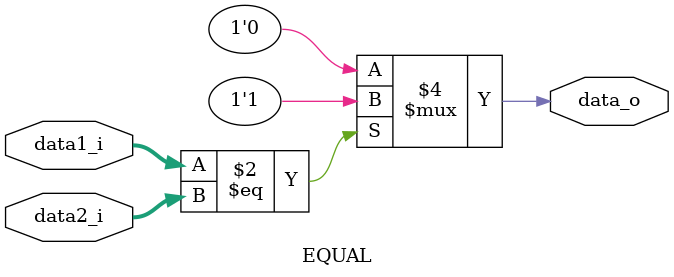
<source format=v>
module EQUAL(
    data1_i,
    data2_i,
    data_o
);

input   [31:0]  data1_i, data2_i;
output  reg             data_o;

always@(data1_i or data2_i)
begin
    if(data1_i == data2_i)
        data_o = 1'b1;
    else
        data_o = 1'b0;
end

endmodule

</source>
